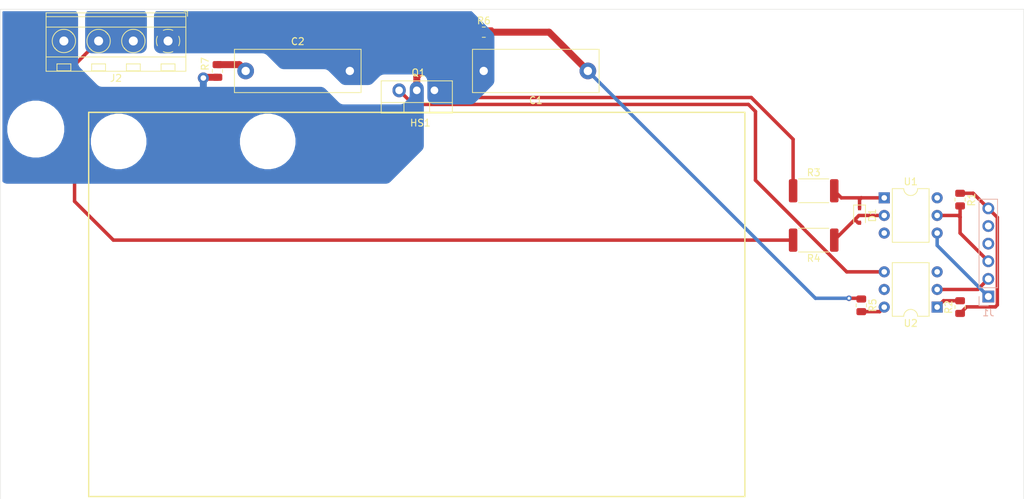
<source format=kicad_pcb>
(kicad_pcb (version 20171130) (host pcbnew "(5.1.12-1-10_14)")

  (general
    (thickness 1.6)
    (drawings 4)
    (tracks 63)
    (zones 0)
    (modules 20)
    (nets 21)
  )

  (page A4)
  (layers
    (0 F.Cu signal)
    (31 B.Cu signal)
    (32 B.Adhes user)
    (33 F.Adhes user)
    (34 B.Paste user)
    (35 F.Paste user)
    (36 B.SilkS user)
    (37 F.SilkS user)
    (38 B.Mask user)
    (39 F.Mask user)
    (40 Dwgs.User user)
    (41 Cmts.User user)
    (42 Eco1.User user)
    (43 Eco2.User user)
    (44 Edge.Cuts user)
    (45 Margin user)
    (46 B.CrtYd user)
    (47 F.CrtYd user)
    (48 B.Fab user)
    (49 F.Fab user)
  )

  (setup
    (last_trace_width 0.5)
    (user_trace_width 1)
    (user_trace_width 2)
    (user_trace_width 2.5)
    (user_trace_width 5)
    (trace_clearance 0.2)
    (zone_clearance 0.254)
    (zone_45_only no)
    (trace_min 0.2)
    (via_size 0.8)
    (via_drill 0.4)
    (via_min_size 0.4)
    (via_min_drill 0.3)
    (user_via 1.6 0.8)
    (uvia_size 0.3)
    (uvia_drill 0.1)
    (uvias_allowed no)
    (uvia_min_size 0.2)
    (uvia_min_drill 0.1)
    (edge_width 0.05)
    (segment_width 0.2)
    (pcb_text_width 0.3)
    (pcb_text_size 1.5 1.5)
    (mod_edge_width 0.12)
    (mod_text_size 1 1)
    (mod_text_width 0.15)
    (pad_size 3.2 3.2)
    (pad_drill 3.2)
    (pad_to_mask_clearance 0)
    (aux_axis_origin 0 0)
    (visible_elements FFFFFF7F)
    (pcbplotparams
      (layerselection 0x010fc_ffffffff)
      (usegerberextensions false)
      (usegerberattributes true)
      (usegerberadvancedattributes true)
      (creategerberjobfile true)
      (excludeedgelayer true)
      (linewidth 0.100000)
      (plotframeref false)
      (viasonmask false)
      (mode 1)
      (useauxorigin false)
      (hpglpennumber 1)
      (hpglpenspeed 20)
      (hpglpendiameter 15.000000)
      (psnegative false)
      (psa4output false)
      (plotreference true)
      (plotvalue true)
      (plotinvisibletext false)
      (padsonsilk false)
      (subtractmaskfromsilk false)
      (outputformat 1)
      (mirror false)
      (drillshape 1)
      (scaleselection 1)
      (outputdirectory ""))
  )

  (net 0 "")
  (net 1 GND)
  (net 2 +3V3)
  (net 3 "Net-(C2-Pad1)")
  (net 4 /ZC)
  (net 5 /~AC_SW)
  (net 6 /AC_OUT)
  (net 7 "Net-(C1-Pad1)")
  (net 8 "Net-(D1-Pad2)")
  (net 9 "Net-(D1-Pad1)")
  (net 10 /AC_L)
  (net 11 /AC_N)
  (net 12 "Net-(Q1-Pad3)")
  (net 13 "Net-(R2-Pad2)")
  (net 14 "Net-(R5-Pad2)")
  (net 15 /SDA)
  (net 16 /SCL)
  (net 17 "Net-(U1-Pad6)")
  (net 18 "Net-(U1-Pad3)")
  (net 19 "Net-(U2-Pad3)")
  (net 20 "Net-(U2-Pad5)")

  (net_class Default "This is the default net class."
    (clearance 0.2)
    (trace_width 0.5)
    (via_dia 0.8)
    (via_drill 0.4)
    (uvia_dia 0.3)
    (uvia_drill 0.1)
    (add_net /SCL)
    (add_net /SDA)
    (add_net /ZC)
    (add_net /~AC_SW)
    (add_net "Net-(C1-Pad1)")
    (add_net "Net-(C2-Pad1)")
    (add_net "Net-(D1-Pad1)")
    (add_net "Net-(D1-Pad2)")
    (add_net "Net-(Q1-Pad3)")
    (add_net "Net-(R2-Pad2)")
    (add_net "Net-(R5-Pad2)")
    (add_net "Net-(U1-Pad3)")
    (add_net "Net-(U1-Pad6)")
    (add_net "Net-(U2-Pad3)")
    (add_net "Net-(U2-Pad5)")
  )

  (net_class AC ""
    (clearance 0.5)
    (trace_width 0.5)
    (via_dia 1.6)
    (via_drill 0.8)
    (uvia_dia 0.3)
    (uvia_drill 0.1)
    (add_net /AC_L)
    (add_net /AC_N)
    (add_net /AC_OUT)
  )

  (net_class Power ""
    (clearance 0.2)
    (trace_width 0.5)
    (via_dia 0.8)
    (via_drill 0.4)
    (uvia_dia 0.3)
    (uvia_drill 0.1)
    (add_net +3V3)
    (add_net GND)
  )

  (module Thermostat:SK610-94SA (layer F.Cu) (tedit 61B9F0FC) (tstamp 61BA61CB)
    (at 130.302 81.534)
    (path /61C066C1)
    (fp_text reference HS1 (at 0.508 -2.667) (layer F.SilkS)
      (effects (font (size 1 1) (thickness 0.15)))
    )
    (fp_text value Heatsink (at 0 -5.207) (layer F.Fab)
      (effects (font (size 1 1) (thickness 0.15)))
    )
    (fp_line (start -47 4) (end 47 4) (layer F.Fab) (width 0.12))
    (fp_line (start 47 -4) (end 47 51) (layer F.Fab) (width 0.12))
    (fp_line (start -47 -4) (end -47 51) (layer F.Fab) (width 0.12))
    (fp_line (start -47 51) (end 47 51) (layer F.Fab) (width 0.12))
    (fp_line (start -47 -4) (end 47 -4) (layer F.Fab) (width 0.12))
    (fp_line (start -47.244 -4.191) (end -47.244 51.181) (layer F.SilkS) (width 0.2))
    (fp_line (start -47.244 51.181) (end 47.244 51.181) (layer F.SilkS) (width 0.2))
    (fp_line (start 47.244 51.181) (end 47.244 -4.191) (layer F.SilkS) (width 0.2))
    (fp_line (start 47.244 -4.191) (end -47.244 -4.191) (layer F.SilkS) (width 0.2))
    (pad "" np_thru_hole circle (at 21.463 0) (size 3.2 3.2) (drill 3.2) (layers *.Cu *.Mask)
      (clearance 2.4))
    (pad "" np_thru_hole circle (at -21.463 0) (size 3.2 3.2) (drill 3.2) (layers *.Cu *.Mask)
      (clearance 2.4))
    (pad "" np_thru_hole circle (at 42.926 0) (size 3.2 3.2) (drill 3.2) (layers *.Cu *.Mask)
      (clearance 2.4))
    (pad "" np_thru_hole circle (at -42.926 0) (size 3.2 3.2) (drill 3.2) (layers *.Cu *.Mask)
      (clearance 2.4))
  )

  (module Package_TO_SOT_THT:TO-220-3_Vertical (layer F.Cu) (tedit 5AC8BA0D) (tstamp 61B9F6A1)
    (at 132.842 74.168 180)
    (descr "TO-220-3, Vertical, RM 2.54mm, see https://www.vishay.com/docs/66542/to-220-1.pdf")
    (tags "TO-220-3 Vertical RM 2.54mm")
    (path /61B1D6FC)
    (fp_text reference Q1 (at 2.286 2.54) (layer F.SilkS)
      (effects (font (size 1 1) (thickness 0.15)))
    )
    (fp_text value BT138-600 (at 2.54 2.5) (layer F.Fab)
      (effects (font (size 1 1) (thickness 0.15)))
    )
    (fp_line (start -2.46 -3.15) (end -2.46 1.25) (layer F.Fab) (width 0.1))
    (fp_line (start -2.46 1.25) (end 7.54 1.25) (layer F.Fab) (width 0.1))
    (fp_line (start 7.54 1.25) (end 7.54 -3.15) (layer F.Fab) (width 0.1))
    (fp_line (start 7.54 -3.15) (end -2.46 -3.15) (layer F.Fab) (width 0.1))
    (fp_line (start -2.46 -1.88) (end 7.54 -1.88) (layer F.Fab) (width 0.1))
    (fp_line (start 0.69 -3.15) (end 0.69 -1.88) (layer F.Fab) (width 0.1))
    (fp_line (start 4.39 -3.15) (end 4.39 -1.88) (layer F.Fab) (width 0.1))
    (fp_line (start -2.58 -3.27) (end 7.66 -3.27) (layer F.SilkS) (width 0.12))
    (fp_line (start -2.58 1.371) (end 7.66 1.371) (layer F.SilkS) (width 0.12))
    (fp_line (start -2.58 -3.27) (end -2.58 1.371) (layer F.SilkS) (width 0.12))
    (fp_line (start 7.66 -3.27) (end 7.66 1.371) (layer F.SilkS) (width 0.12))
    (fp_line (start -2.58 -1.76) (end 7.66 -1.76) (layer F.SilkS) (width 0.12))
    (fp_line (start 0.69 -3.27) (end 0.69 -1.76) (layer F.SilkS) (width 0.12))
    (fp_line (start 4.391 -3.27) (end 4.391 -1.76) (layer F.SilkS) (width 0.12))
    (fp_line (start -2.71 -3.4) (end -2.71 1.51) (layer F.CrtYd) (width 0.05))
    (fp_line (start -2.71 1.51) (end 7.79 1.51) (layer F.CrtYd) (width 0.05))
    (fp_line (start 7.79 1.51) (end 7.79 -3.4) (layer F.CrtYd) (width 0.05))
    (fp_line (start 7.79 -3.4) (end -2.71 -3.4) (layer F.CrtYd) (width 0.05))
    (fp_text user %R (at 2.54 -4.27) (layer F.Fab)
      (effects (font (size 1 1) (thickness 0.15)))
    )
    (pad 3 thru_hole oval (at 5.08 0 180) (size 1.905 2) (drill 1.1) (layers *.Cu *.Mask)
      (net 12 "Net-(Q1-Pad3)"))
    (pad 2 thru_hole oval (at 2.54 0 180) (size 1.905 2) (drill 1.1) (layers *.Cu *.Mask)
      (net 10 /AC_L))
    (pad 1 thru_hole rect (at 0 0 180) (size 1.905 2) (drill 1.1) (layers *.Cu *.Mask)
      (net 6 /AC_OUT))
    (model ${KISYS3DMOD}/Package_TO_SOT_THT.3dshapes/TO-220-3_Vertical.wrl
      (at (xyz 0 0 0))
      (scale (xyz 1 1 1))
      (rotate (xyz 0 0 0))
    )
  )

  (module Package_DIP:DIP-6_W7.62mm (layer F.Cu) (tedit 5A02E8C5) (tstamp 61B9F74C)
    (at 205.232 105.41 180)
    (descr "6-lead though-hole mounted DIP package, row spacing 7.62 mm (300 mils)")
    (tags "THT DIP DIL PDIP 2.54mm 7.62mm 300mil")
    (path /61B20E1D)
    (fp_text reference U2 (at 3.81 -2.33) (layer F.SilkS)
      (effects (font (size 1 1) (thickness 0.15)))
    )
    (fp_text value MOC3021M (at 3.81 7.41) (layer F.Fab)
      (effects (font (size 1 1) (thickness 0.15)))
    )
    (fp_line (start 1.635 -1.27) (end 6.985 -1.27) (layer F.Fab) (width 0.1))
    (fp_line (start 6.985 -1.27) (end 6.985 6.35) (layer F.Fab) (width 0.1))
    (fp_line (start 6.985 6.35) (end 0.635 6.35) (layer F.Fab) (width 0.1))
    (fp_line (start 0.635 6.35) (end 0.635 -0.27) (layer F.Fab) (width 0.1))
    (fp_line (start 0.635 -0.27) (end 1.635 -1.27) (layer F.Fab) (width 0.1))
    (fp_line (start 2.81 -1.33) (end 1.16 -1.33) (layer F.SilkS) (width 0.12))
    (fp_line (start 1.16 -1.33) (end 1.16 6.41) (layer F.SilkS) (width 0.12))
    (fp_line (start 1.16 6.41) (end 6.46 6.41) (layer F.SilkS) (width 0.12))
    (fp_line (start 6.46 6.41) (end 6.46 -1.33) (layer F.SilkS) (width 0.12))
    (fp_line (start 6.46 -1.33) (end 4.81 -1.33) (layer F.SilkS) (width 0.12))
    (fp_line (start -1.1 -1.55) (end -1.1 6.6) (layer F.CrtYd) (width 0.05))
    (fp_line (start -1.1 6.6) (end 8.7 6.6) (layer F.CrtYd) (width 0.05))
    (fp_line (start 8.7 6.6) (end 8.7 -1.55) (layer F.CrtYd) (width 0.05))
    (fp_line (start 8.7 -1.55) (end -1.1 -1.55) (layer F.CrtYd) (width 0.05))
    (fp_text user %R (at 3.81 2.54) (layer F.Fab)
      (effects (font (size 1 1) (thickness 0.15)))
    )
    (fp_arc (start 3.81 -1.33) (end 2.81 -1.33) (angle -180) (layer F.SilkS) (width 0.12))
    (pad 6 thru_hole oval (at 7.62 0 180) (size 1.6 1.6) (drill 0.8) (layers *.Cu *.Mask)
      (net 14 "Net-(R5-Pad2)"))
    (pad 3 thru_hole oval (at 0 5.08 180) (size 1.6 1.6) (drill 0.8) (layers *.Cu *.Mask)
      (net 19 "Net-(U2-Pad3)"))
    (pad 5 thru_hole oval (at 7.62 2.54 180) (size 1.6 1.6) (drill 0.8) (layers *.Cu *.Mask)
      (net 20 "Net-(U2-Pad5)"))
    (pad 2 thru_hole oval (at 0 2.54 180) (size 1.6 1.6) (drill 0.8) (layers *.Cu *.Mask)
      (net 5 /~AC_SW))
    (pad 4 thru_hole oval (at 7.62 5.08 180) (size 1.6 1.6) (drill 0.8) (layers *.Cu *.Mask)
      (net 12 "Net-(Q1-Pad3)"))
    (pad 1 thru_hole rect (at 0 0 180) (size 1.6 1.6) (drill 0.8) (layers *.Cu *.Mask)
      (net 13 "Net-(R2-Pad2)"))
    (model ${KISYS3DMOD}/Package_DIP.3dshapes/DIP-6_W7.62mm.wrl
      (at (xyz 0 0 0))
      (scale (xyz 1 1 1))
      (rotate (xyz 0 0 0))
    )
  )

  (module Package_DIP:DIP-6_W7.62mm (layer F.Cu) (tedit 5A02E8C5) (tstamp 61B9F732)
    (at 197.612 89.662)
    (descr "6-lead though-hole mounted DIP package, row spacing 7.62 mm (300 mils)")
    (tags "THT DIP DIL PDIP 2.54mm 7.62mm 300mil")
    (path /61AC0660)
    (fp_text reference U1 (at 3.81 -2.33) (layer F.SilkS)
      (effects (font (size 1 1) (thickness 0.15)))
    )
    (fp_text value 4N25 (at 3.81 7.41) (layer F.Fab)
      (effects (font (size 1 1) (thickness 0.15)))
    )
    (fp_line (start 1.635 -1.27) (end 6.985 -1.27) (layer F.Fab) (width 0.1))
    (fp_line (start 6.985 -1.27) (end 6.985 6.35) (layer F.Fab) (width 0.1))
    (fp_line (start 6.985 6.35) (end 0.635 6.35) (layer F.Fab) (width 0.1))
    (fp_line (start 0.635 6.35) (end 0.635 -0.27) (layer F.Fab) (width 0.1))
    (fp_line (start 0.635 -0.27) (end 1.635 -1.27) (layer F.Fab) (width 0.1))
    (fp_line (start 2.81 -1.33) (end 1.16 -1.33) (layer F.SilkS) (width 0.12))
    (fp_line (start 1.16 -1.33) (end 1.16 6.41) (layer F.SilkS) (width 0.12))
    (fp_line (start 1.16 6.41) (end 6.46 6.41) (layer F.SilkS) (width 0.12))
    (fp_line (start 6.46 6.41) (end 6.46 -1.33) (layer F.SilkS) (width 0.12))
    (fp_line (start 6.46 -1.33) (end 4.81 -1.33) (layer F.SilkS) (width 0.12))
    (fp_line (start -1.1 -1.55) (end -1.1 6.6) (layer F.CrtYd) (width 0.05))
    (fp_line (start -1.1 6.6) (end 8.7 6.6) (layer F.CrtYd) (width 0.05))
    (fp_line (start 8.7 6.6) (end 8.7 -1.55) (layer F.CrtYd) (width 0.05))
    (fp_line (start 8.7 -1.55) (end -1.1 -1.55) (layer F.CrtYd) (width 0.05))
    (fp_text user %R (at 3.81 2.54) (layer F.Fab)
      (effects (font (size 1 1) (thickness 0.15)))
    )
    (fp_arc (start 3.81 -1.33) (end 2.81 -1.33) (angle -180) (layer F.SilkS) (width 0.12))
    (pad 6 thru_hole oval (at 7.62 0) (size 1.6 1.6) (drill 0.8) (layers *.Cu *.Mask)
      (net 17 "Net-(U1-Pad6)"))
    (pad 3 thru_hole oval (at 0 5.08) (size 1.6 1.6) (drill 0.8) (layers *.Cu *.Mask)
      (net 18 "Net-(U1-Pad3)"))
    (pad 5 thru_hole oval (at 7.62 2.54) (size 1.6 1.6) (drill 0.8) (layers *.Cu *.Mask)
      (net 4 /ZC))
    (pad 2 thru_hole oval (at 0 2.54) (size 1.6 1.6) (drill 0.8) (layers *.Cu *.Mask)
      (net 8 "Net-(D1-Pad2)"))
    (pad 4 thru_hole oval (at 7.62 5.08) (size 1.6 1.6) (drill 0.8) (layers *.Cu *.Mask)
      (net 1 GND))
    (pad 1 thru_hole rect (at 0 0) (size 1.6 1.6) (drill 0.8) (layers *.Cu *.Mask)
      (net 9 "Net-(D1-Pad1)"))
    (model ${KISYS3DMOD}/Package_DIP.3dshapes/DIP-6_W7.62mm.wrl
      (at (xyz 0 0 0))
      (scale (xyz 1 1 1))
      (rotate (xyz 0 0 0))
    )
  )

  (module Resistor_SMD:R_0805_2012Metric (layer F.Cu) (tedit 5F68FEEE) (tstamp 61BA90A0)
    (at 101.6 71.374 90)
    (descr "Resistor SMD 0805 (2012 Metric), square (rectangular) end terminal, IPC_7351 nominal, (Body size source: IPC-SM-782 page 72, https://www.pcb-3d.com/wordpress/wp-content/uploads/ipc-sm-782a_amendment_1_and_2.pdf), generated with kicad-footprint-generator")
    (tags resistor)
    (path /61B2C4E5)
    (attr smd)
    (fp_text reference R7 (at 1.016 -1.778 90) (layer F.SilkS)
      (effects (font (size 1 1) (thickness 0.15)))
    )
    (fp_text value 39 (at 0 1.65 90) (layer F.Fab)
      (effects (font (size 1 1) (thickness 0.15)))
    )
    (fp_line (start -1 0.625) (end -1 -0.625) (layer F.Fab) (width 0.1))
    (fp_line (start -1 -0.625) (end 1 -0.625) (layer F.Fab) (width 0.1))
    (fp_line (start 1 -0.625) (end 1 0.625) (layer F.Fab) (width 0.1))
    (fp_line (start 1 0.625) (end -1 0.625) (layer F.Fab) (width 0.1))
    (fp_line (start -0.227064 -0.735) (end 0.227064 -0.735) (layer F.SilkS) (width 0.12))
    (fp_line (start -0.227064 0.735) (end 0.227064 0.735) (layer F.SilkS) (width 0.12))
    (fp_line (start -1.68 0.95) (end -1.68 -0.95) (layer F.CrtYd) (width 0.05))
    (fp_line (start -1.68 -0.95) (end 1.68 -0.95) (layer F.CrtYd) (width 0.05))
    (fp_line (start 1.68 -0.95) (end 1.68 0.95) (layer F.CrtYd) (width 0.05))
    (fp_line (start 1.68 0.95) (end -1.68 0.95) (layer F.CrtYd) (width 0.05))
    (fp_text user %R (at 0 0 90) (layer F.Fab)
      (effects (font (size 0.5 0.5) (thickness 0.08)))
    )
    (pad 2 smd roundrect (at 0.9125 0 90) (size 1.025 1.4) (layers F.Cu F.Paste F.Mask) (roundrect_rratio 0.243902)
      (net 3 "Net-(C2-Pad1)"))
    (pad 1 smd roundrect (at -0.9125 0 90) (size 1.025 1.4) (layers F.Cu F.Paste F.Mask) (roundrect_rratio 0.243902)
      (net 10 /AC_L))
    (model ${KISYS3DMOD}/Resistor_SMD.3dshapes/R_0805_2012Metric.wrl
      (at (xyz 0 0 0))
      (scale (xyz 1 1 1))
      (rotate (xyz 0 0 0))
    )
  )

  (module Resistor_SMD:R_0805_2012Metric (layer F.Cu) (tedit 5F68FEEE) (tstamp 61B9F707)
    (at 139.954 65.786)
    (descr "Resistor SMD 0805 (2012 Metric), square (rectangular) end terminal, IPC_7351 nominal, (Body size source: IPC-SM-782 page 72, https://www.pcb-3d.com/wordpress/wp-content/uploads/ipc-sm-782a_amendment_1_and_2.pdf), generated with kicad-footprint-generator")
    (tags resistor)
    (path /61B24502)
    (attr smd)
    (fp_text reference R6 (at 0 -1.65) (layer F.SilkS)
      (effects (font (size 1 1) (thickness 0.15)))
    )
    (fp_text value 470 (at 0 1.65) (layer F.Fab)
      (effects (font (size 1 1) (thickness 0.15)))
    )
    (fp_line (start -1 0.625) (end -1 -0.625) (layer F.Fab) (width 0.1))
    (fp_line (start -1 -0.625) (end 1 -0.625) (layer F.Fab) (width 0.1))
    (fp_line (start 1 -0.625) (end 1 0.625) (layer F.Fab) (width 0.1))
    (fp_line (start 1 0.625) (end -1 0.625) (layer F.Fab) (width 0.1))
    (fp_line (start -0.227064 -0.735) (end 0.227064 -0.735) (layer F.SilkS) (width 0.12))
    (fp_line (start -0.227064 0.735) (end 0.227064 0.735) (layer F.SilkS) (width 0.12))
    (fp_line (start -1.68 0.95) (end -1.68 -0.95) (layer F.CrtYd) (width 0.05))
    (fp_line (start -1.68 -0.95) (end 1.68 -0.95) (layer F.CrtYd) (width 0.05))
    (fp_line (start 1.68 -0.95) (end 1.68 0.95) (layer F.CrtYd) (width 0.05))
    (fp_line (start 1.68 0.95) (end -1.68 0.95) (layer F.CrtYd) (width 0.05))
    (fp_text user %R (at 0 0) (layer F.Fab)
      (effects (font (size 0.5 0.5) (thickness 0.08)))
    )
    (pad 2 smd roundrect (at 0.9125 0) (size 1.025 1.4) (layers F.Cu F.Paste F.Mask) (roundrect_rratio 0.243902)
      (net 7 "Net-(C1-Pad1)"))
    (pad 1 smd roundrect (at -0.9125 0) (size 1.025 1.4) (layers F.Cu F.Paste F.Mask) (roundrect_rratio 0.243902)
      (net 10 /AC_L))
    (model ${KISYS3DMOD}/Resistor_SMD.3dshapes/R_0805_2012Metric.wrl
      (at (xyz 0 0 0))
      (scale (xyz 1 1 1))
      (rotate (xyz 0 0 0))
    )
  )

  (module Resistor_SMD:R_0805_2012Metric (layer F.Cu) (tedit 5F68FEEE) (tstamp 61B9F6F6)
    (at 194.31 105.156 270)
    (descr "Resistor SMD 0805 (2012 Metric), square (rectangular) end terminal, IPC_7351 nominal, (Body size source: IPC-SM-782 page 72, https://www.pcb-3d.com/wordpress/wp-content/uploads/ipc-sm-782a_amendment_1_and_2.pdf), generated with kicad-footprint-generator")
    (tags resistor)
    (path /61B235B1)
    (attr smd)
    (fp_text reference R5 (at 0 -1.65 90) (layer F.SilkS)
      (effects (font (size 1 1) (thickness 0.15)))
    )
    (fp_text value 360 (at 0 1.65 90) (layer F.Fab)
      (effects (font (size 1 1) (thickness 0.15)))
    )
    (fp_line (start -1 0.625) (end -1 -0.625) (layer F.Fab) (width 0.1))
    (fp_line (start -1 -0.625) (end 1 -0.625) (layer F.Fab) (width 0.1))
    (fp_line (start 1 -0.625) (end 1 0.625) (layer F.Fab) (width 0.1))
    (fp_line (start 1 0.625) (end -1 0.625) (layer F.Fab) (width 0.1))
    (fp_line (start -0.227064 -0.735) (end 0.227064 -0.735) (layer F.SilkS) (width 0.12))
    (fp_line (start -0.227064 0.735) (end 0.227064 0.735) (layer F.SilkS) (width 0.12))
    (fp_line (start -1.68 0.95) (end -1.68 -0.95) (layer F.CrtYd) (width 0.05))
    (fp_line (start -1.68 -0.95) (end 1.68 -0.95) (layer F.CrtYd) (width 0.05))
    (fp_line (start 1.68 -0.95) (end 1.68 0.95) (layer F.CrtYd) (width 0.05))
    (fp_line (start 1.68 0.95) (end -1.68 0.95) (layer F.CrtYd) (width 0.05))
    (fp_text user %R (at 0 0 90) (layer F.Fab)
      (effects (font (size 0.5 0.5) (thickness 0.08)))
    )
    (pad 2 smd roundrect (at 0.9125 0 270) (size 1.025 1.4) (layers F.Cu F.Paste F.Mask) (roundrect_rratio 0.243902)
      (net 14 "Net-(R5-Pad2)"))
    (pad 1 smd roundrect (at -0.9125 0 270) (size 1.025 1.4) (layers F.Cu F.Paste F.Mask) (roundrect_rratio 0.243902)
      (net 7 "Net-(C1-Pad1)"))
    (model ${KISYS3DMOD}/Resistor_SMD.3dshapes/R_0805_2012Metric.wrl
      (at (xyz 0 0 0))
      (scale (xyz 1 1 1))
      (rotate (xyz 0 0 0))
    )
  )

  (module Resistor_SMD:R_2512_6332Metric (layer F.Cu) (tedit 5F68FEEE) (tstamp 61BA6EC3)
    (at 187.452 95.758 180)
    (descr "Resistor SMD 2512 (6332 Metric), square (rectangular) end terminal, IPC_7351 nominal, (Body size source: IPC-SM-782 page 72, https://www.pcb-3d.com/wordpress/wp-content/uploads/ipc-sm-782a_amendment_1_and_2.pdf), generated with kicad-footprint-generator")
    (tags resistor)
    (path /61B2BC05)
    (attr smd)
    (fp_text reference R4 (at 0 -2.62) (layer F.SilkS)
      (effects (font (size 1 1) (thickness 0.15)))
    )
    (fp_text value 15k (at 0 2.62) (layer F.Fab)
      (effects (font (size 1 1) (thickness 0.15)))
    )
    (fp_line (start -3.15 1.6) (end -3.15 -1.6) (layer F.Fab) (width 0.1))
    (fp_line (start -3.15 -1.6) (end 3.15 -1.6) (layer F.Fab) (width 0.1))
    (fp_line (start 3.15 -1.6) (end 3.15 1.6) (layer F.Fab) (width 0.1))
    (fp_line (start 3.15 1.6) (end -3.15 1.6) (layer F.Fab) (width 0.1))
    (fp_line (start -2.177064 -1.71) (end 2.177064 -1.71) (layer F.SilkS) (width 0.12))
    (fp_line (start -2.177064 1.71) (end 2.177064 1.71) (layer F.SilkS) (width 0.12))
    (fp_line (start -3.82 1.92) (end -3.82 -1.92) (layer F.CrtYd) (width 0.05))
    (fp_line (start -3.82 -1.92) (end 3.82 -1.92) (layer F.CrtYd) (width 0.05))
    (fp_line (start 3.82 -1.92) (end 3.82 1.92) (layer F.CrtYd) (width 0.05))
    (fp_line (start 3.82 1.92) (end -3.82 1.92) (layer F.CrtYd) (width 0.05))
    (fp_text user %R (at 0 0) (layer F.Fab)
      (effects (font (size 1 1) (thickness 0.15)))
    )
    (pad 2 smd roundrect (at 2.9625 0 180) (size 1.225 3.35) (layers F.Cu F.Paste F.Mask) (roundrect_rratio 0.204082)
      (net 11 /AC_N))
    (pad 1 smd roundrect (at -2.9625 0 180) (size 1.225 3.35) (layers F.Cu F.Paste F.Mask) (roundrect_rratio 0.204082)
      (net 8 "Net-(D1-Pad2)"))
    (model ${KISYS3DMOD}/Resistor_SMD.3dshapes/R_2512_6332Metric.wrl
      (at (xyz 0 0 0))
      (scale (xyz 1 1 1))
      (rotate (xyz 0 0 0))
    )
  )

  (module Resistor_SMD:R_2512_6332Metric (layer F.Cu) (tedit 5F68FEEE) (tstamp 61B9F6D4)
    (at 187.452 88.646)
    (descr "Resistor SMD 2512 (6332 Metric), square (rectangular) end terminal, IPC_7351 nominal, (Body size source: IPC-SM-782 page 72, https://www.pcb-3d.com/wordpress/wp-content/uploads/ipc-sm-782a_amendment_1_and_2.pdf), generated with kicad-footprint-generator")
    (tags resistor)
    (path /61B0CDAD)
    (attr smd)
    (fp_text reference R3 (at 0 -2.62) (layer F.SilkS)
      (effects (font (size 1 1) (thickness 0.15)))
    )
    (fp_text value 15k (at 0 2.62) (layer F.Fab)
      (effects (font (size 1 1) (thickness 0.15)))
    )
    (fp_line (start -3.15 1.6) (end -3.15 -1.6) (layer F.Fab) (width 0.1))
    (fp_line (start -3.15 -1.6) (end 3.15 -1.6) (layer F.Fab) (width 0.1))
    (fp_line (start 3.15 -1.6) (end 3.15 1.6) (layer F.Fab) (width 0.1))
    (fp_line (start 3.15 1.6) (end -3.15 1.6) (layer F.Fab) (width 0.1))
    (fp_line (start -2.177064 -1.71) (end 2.177064 -1.71) (layer F.SilkS) (width 0.12))
    (fp_line (start -2.177064 1.71) (end 2.177064 1.71) (layer F.SilkS) (width 0.12))
    (fp_line (start -3.82 1.92) (end -3.82 -1.92) (layer F.CrtYd) (width 0.05))
    (fp_line (start -3.82 -1.92) (end 3.82 -1.92) (layer F.CrtYd) (width 0.05))
    (fp_line (start 3.82 -1.92) (end 3.82 1.92) (layer F.CrtYd) (width 0.05))
    (fp_line (start 3.82 1.92) (end -3.82 1.92) (layer F.CrtYd) (width 0.05))
    (fp_text user %R (at 0 0) (layer F.Fab)
      (effects (font (size 1 1) (thickness 0.15)))
    )
    (pad 2 smd roundrect (at 2.9625 0) (size 1.225 3.35) (layers F.Cu F.Paste F.Mask) (roundrect_rratio 0.204082)
      (net 9 "Net-(D1-Pad1)"))
    (pad 1 smd roundrect (at -2.9625 0) (size 1.225 3.35) (layers F.Cu F.Paste F.Mask) (roundrect_rratio 0.204082)
      (net 10 /AC_L))
    (model ${KISYS3DMOD}/Resistor_SMD.3dshapes/R_2512_6332Metric.wrl
      (at (xyz 0 0 0))
      (scale (xyz 1 1 1))
      (rotate (xyz 0 0 0))
    )
  )

  (module Resistor_SMD:R_0805_2012Metric (layer F.Cu) (tedit 5F68FEEE) (tstamp 61B9F6C3)
    (at 208.534 105.41 90)
    (descr "Resistor SMD 0805 (2012 Metric), square (rectangular) end terminal, IPC_7351 nominal, (Body size source: IPC-SM-782 page 72, https://www.pcb-3d.com/wordpress/wp-content/uploads/ipc-sm-782a_amendment_1_and_2.pdf), generated with kicad-footprint-generator")
    (tags resistor)
    (path /61B36F7A)
    (attr smd)
    (fp_text reference R2 (at 0 -1.65 90) (layer F.SilkS)
      (effects (font (size 1 1) (thickness 0.15)))
    )
    (fp_text value 330 (at 0 1.65 90) (layer F.Fab)
      (effects (font (size 1 1) (thickness 0.15)))
    )
    (fp_line (start -1 0.625) (end -1 -0.625) (layer F.Fab) (width 0.1))
    (fp_line (start -1 -0.625) (end 1 -0.625) (layer F.Fab) (width 0.1))
    (fp_line (start 1 -0.625) (end 1 0.625) (layer F.Fab) (width 0.1))
    (fp_line (start 1 0.625) (end -1 0.625) (layer F.Fab) (width 0.1))
    (fp_line (start -0.227064 -0.735) (end 0.227064 -0.735) (layer F.SilkS) (width 0.12))
    (fp_line (start -0.227064 0.735) (end 0.227064 0.735) (layer F.SilkS) (width 0.12))
    (fp_line (start -1.68 0.95) (end -1.68 -0.95) (layer F.CrtYd) (width 0.05))
    (fp_line (start -1.68 -0.95) (end 1.68 -0.95) (layer F.CrtYd) (width 0.05))
    (fp_line (start 1.68 -0.95) (end 1.68 0.95) (layer F.CrtYd) (width 0.05))
    (fp_line (start 1.68 0.95) (end -1.68 0.95) (layer F.CrtYd) (width 0.05))
    (fp_text user %R (at 0 0 90) (layer F.Fab)
      (effects (font (size 0.5 0.5) (thickness 0.08)))
    )
    (pad 2 smd roundrect (at 0.9125 0 90) (size 1.025 1.4) (layers F.Cu F.Paste F.Mask) (roundrect_rratio 0.243902)
      (net 13 "Net-(R2-Pad2)"))
    (pad 1 smd roundrect (at -0.9125 0 90) (size 1.025 1.4) (layers F.Cu F.Paste F.Mask) (roundrect_rratio 0.243902)
      (net 2 +3V3))
    (model ${KISYS3DMOD}/Resistor_SMD.3dshapes/R_0805_2012Metric.wrl
      (at (xyz 0 0 0))
      (scale (xyz 1 1 1))
      (rotate (xyz 0 0 0))
    )
  )

  (module Resistor_SMD:R_0805_2012Metric (layer F.Cu) (tedit 5F68FEEE) (tstamp 61B9F6B2)
    (at 208.534 89.916 270)
    (descr "Resistor SMD 0805 (2012 Metric), square (rectangular) end terminal, IPC_7351 nominal, (Body size source: IPC-SM-782 page 72, https://www.pcb-3d.com/wordpress/wp-content/uploads/ipc-sm-782a_amendment_1_and_2.pdf), generated with kicad-footprint-generator")
    (tags resistor)
    (path /61B100B1)
    (attr smd)
    (fp_text reference R1 (at 0 -1.65 90) (layer F.SilkS)
      (effects (font (size 1 1) (thickness 0.15)))
    )
    (fp_text value 4.7k (at 0 1.65 90) (layer F.Fab)
      (effects (font (size 1 1) (thickness 0.15)))
    )
    (fp_line (start -1 0.625) (end -1 -0.625) (layer F.Fab) (width 0.1))
    (fp_line (start -1 -0.625) (end 1 -0.625) (layer F.Fab) (width 0.1))
    (fp_line (start 1 -0.625) (end 1 0.625) (layer F.Fab) (width 0.1))
    (fp_line (start 1 0.625) (end -1 0.625) (layer F.Fab) (width 0.1))
    (fp_line (start -0.227064 -0.735) (end 0.227064 -0.735) (layer F.SilkS) (width 0.12))
    (fp_line (start -0.227064 0.735) (end 0.227064 0.735) (layer F.SilkS) (width 0.12))
    (fp_line (start -1.68 0.95) (end -1.68 -0.95) (layer F.CrtYd) (width 0.05))
    (fp_line (start -1.68 -0.95) (end 1.68 -0.95) (layer F.CrtYd) (width 0.05))
    (fp_line (start 1.68 -0.95) (end 1.68 0.95) (layer F.CrtYd) (width 0.05))
    (fp_line (start 1.68 0.95) (end -1.68 0.95) (layer F.CrtYd) (width 0.05))
    (fp_text user %R (at 0 0 90) (layer F.Fab)
      (effects (font (size 0.5 0.5) (thickness 0.08)))
    )
    (pad 2 smd roundrect (at 0.9125 0 270) (size 1.025 1.4) (layers F.Cu F.Paste F.Mask) (roundrect_rratio 0.243902)
      (net 4 /ZC))
    (pad 1 smd roundrect (at -0.9125 0 270) (size 1.025 1.4) (layers F.Cu F.Paste F.Mask) (roundrect_rratio 0.243902)
      (net 2 +3V3))
    (model ${KISYS3DMOD}/Resistor_SMD.3dshapes/R_0805_2012Metric.wrl
      (at (xyz 0 0 0))
      (scale (xyz 1 1 1))
      (rotate (xyz 0 0 0))
    )
  )

  (module TerminalBlock_MetzConnect:TerminalBlock_MetzConnect_Type094_RT03504HBLU_1x04_P5.00mm_Horizontal (layer F.Cu) (tedit 5B294E9D) (tstamp 61B9F681)
    (at 94.488 67.056 180)
    (descr "terminal block Metz Connect Type094_RT03504HBLU, 4 pins, pitch 5mm, size 20x8.3mm^2, drill diamater 1.3mm, pad diameter 2.6mm, see http://www.metz-connect.com/ru/system/files/productfiles/Data_sheet_310941_RT035xxHBLU_OFF-022742T.pdf, script-generated using https://github.com/pointhi/kicad-footprint-generator/scripts/TerminalBlock_MetzConnect")
    (tags "THT terminal block Metz Connect Type094_RT03504HBLU pitch 5mm size 20x8.3mm^2 drill 1.3mm pad 2.6mm")
    (path /61D872C5)
    (fp_text reference J2 (at 7.5 -5.36) (layer F.SilkS)
      (effects (font (size 1 1) (thickness 0.15)))
    )
    (fp_text value Conn_01x04 (at 7.5 5.06) (layer F.Fab)
      (effects (font (size 1 1) (thickness 0.15)))
    )
    (fp_circle (center 0 0) (end 1.5 0) (layer F.Fab) (width 0.1))
    (fp_circle (center 5 0) (end 6.5 0) (layer F.Fab) (width 0.1))
    (fp_circle (center 5 0) (end 6.68 0) (layer F.SilkS) (width 0.12))
    (fp_circle (center 10 0) (end 11.5 0) (layer F.Fab) (width 0.1))
    (fp_circle (center 10 0) (end 11.68 0) (layer F.SilkS) (width 0.12))
    (fp_circle (center 15 0) (end 16.5 0) (layer F.Fab) (width 0.1))
    (fp_circle (center 15 0) (end 16.68 0) (layer F.SilkS) (width 0.12))
    (fp_line (start -2.5 -4.3) (end 17.5 -4.3) (layer F.Fab) (width 0.1))
    (fp_line (start 17.5 -4.3) (end 17.5 4) (layer F.Fab) (width 0.1))
    (fp_line (start 17.5 4) (end -2 4) (layer F.Fab) (width 0.1))
    (fp_line (start -2 4) (end -2.5 3.5) (layer F.Fab) (width 0.1))
    (fp_line (start -2.5 3.5) (end -2.5 -4.3) (layer F.Fab) (width 0.1))
    (fp_line (start -2.5 3.5) (end 17.5 3.5) (layer F.Fab) (width 0.1))
    (fp_line (start -2.56 3.5) (end 17.561 3.5) (layer F.SilkS) (width 0.12))
    (fp_line (start -2.5 2) (end 17.5 2) (layer F.Fab) (width 0.1))
    (fp_line (start -2.56 2) (end 17.561 2) (layer F.SilkS) (width 0.12))
    (fp_line (start -2.5 -2.3) (end 17.5 -2.3) (layer F.Fab) (width 0.1))
    (fp_line (start -2.56 -2.301) (end 17.561 -2.301) (layer F.SilkS) (width 0.12))
    (fp_line (start -2.56 -4.36) (end 17.561 -4.36) (layer F.SilkS) (width 0.12))
    (fp_line (start -2.56 4.06) (end 17.561 4.06) (layer F.SilkS) (width 0.12))
    (fp_line (start -2.56 -4.36) (end -2.56 4.06) (layer F.SilkS) (width 0.12))
    (fp_line (start 17.561 -4.36) (end 17.561 4.06) (layer F.SilkS) (width 0.12))
    (fp_line (start 1.138 -0.955) (end -0.955 1.138) (layer F.Fab) (width 0.1))
    (fp_line (start 0.955 -1.138) (end -1.138 0.955) (layer F.Fab) (width 0.1))
    (fp_line (start -1 -4.3) (end -1 -3.3) (layer F.Fab) (width 0.1))
    (fp_line (start -1 -3.3) (end 1 -3.3) (layer F.Fab) (width 0.1))
    (fp_line (start 1 -3.3) (end 1 -4.3) (layer F.Fab) (width 0.1))
    (fp_line (start 1 -4.3) (end -1 -4.3) (layer F.Fab) (width 0.1))
    (fp_line (start -1 -4.3) (end 1 -4.3) (layer F.SilkS) (width 0.12))
    (fp_line (start -1 -3.3) (end 1 -3.3) (layer F.SilkS) (width 0.12))
    (fp_line (start -1 -4.3) (end -1 -3.3) (layer F.SilkS) (width 0.12))
    (fp_line (start 1 -4.3) (end 1 -3.3) (layer F.SilkS) (width 0.12))
    (fp_line (start 6.138 -0.955) (end 4.046 1.138) (layer F.Fab) (width 0.1))
    (fp_line (start 5.955 -1.138) (end 3.863 0.955) (layer F.Fab) (width 0.1))
    (fp_line (start 6.275 -1.069) (end 6.228 -1.023) (layer F.SilkS) (width 0.12))
    (fp_line (start 3.966 1.239) (end 3.931 1.274) (layer F.SilkS) (width 0.12))
    (fp_line (start 6.07 -1.275) (end 6.035 -1.239) (layer F.SilkS) (width 0.12))
    (fp_line (start 3.773 1.023) (end 3.726 1.069) (layer F.SilkS) (width 0.12))
    (fp_line (start 4 -4.3) (end 4 -3.3) (layer F.Fab) (width 0.1))
    (fp_line (start 4 -3.3) (end 6 -3.3) (layer F.Fab) (width 0.1))
    (fp_line (start 6 -3.3) (end 6 -4.3) (layer F.Fab) (width 0.1))
    (fp_line (start 6 -4.3) (end 4 -4.3) (layer F.Fab) (width 0.1))
    (fp_line (start 4 -4.3) (end 6 -4.3) (layer F.SilkS) (width 0.12))
    (fp_line (start 4 -3.3) (end 6 -3.3) (layer F.SilkS) (width 0.12))
    (fp_line (start 4 -4.3) (end 4 -3.3) (layer F.SilkS) (width 0.12))
    (fp_line (start 6 -4.3) (end 6 -3.3) (layer F.SilkS) (width 0.12))
    (fp_line (start 11.138 -0.955) (end 9.046 1.138) (layer F.Fab) (width 0.1))
    (fp_line (start 10.955 -1.138) (end 8.863 0.955) (layer F.Fab) (width 0.1))
    (fp_line (start 11.275 -1.069) (end 11.228 -1.023) (layer F.SilkS) (width 0.12))
    (fp_line (start 8.966 1.239) (end 8.931 1.274) (layer F.SilkS) (width 0.12))
    (fp_line (start 11.07 -1.275) (end 11.035 -1.239) (layer F.SilkS) (width 0.12))
    (fp_line (start 8.773 1.023) (end 8.726 1.069) (layer F.SilkS) (width 0.12))
    (fp_line (start 9 -4.3) (end 9 -3.3) (layer F.Fab) (width 0.1))
    (fp_line (start 9 -3.3) (end 11 -3.3) (layer F.Fab) (width 0.1))
    (fp_line (start 11 -3.3) (end 11 -4.3) (layer F.Fab) (width 0.1))
    (fp_line (start 11 -4.3) (end 9 -4.3) (layer F.Fab) (width 0.1))
    (fp_line (start 9 -4.3) (end 11 -4.3) (layer F.SilkS) (width 0.12))
    (fp_line (start 9 -3.3) (end 11 -3.3) (layer F.SilkS) (width 0.12))
    (fp_line (start 9 -4.3) (end 9 -3.3) (layer F.SilkS) (width 0.12))
    (fp_line (start 11 -4.3) (end 11 -3.3) (layer F.SilkS) (width 0.12))
    (fp_line (start 16.138 -0.955) (end 14.046 1.138) (layer F.Fab) (width 0.1))
    (fp_line (start 15.955 -1.138) (end 13.863 0.955) (layer F.Fab) (width 0.1))
    (fp_line (start 16.275 -1.069) (end 16.228 -1.023) (layer F.SilkS) (width 0.12))
    (fp_line (start 13.966 1.239) (end 13.931 1.274) (layer F.SilkS) (width 0.12))
    (fp_line (start 16.07 -1.275) (end 16.035 -1.239) (layer F.SilkS) (width 0.12))
    (fp_line (start 13.773 1.023) (end 13.726 1.069) (layer F.SilkS) (width 0.12))
    (fp_line (start 14 -4.3) (end 14 -3.3) (layer F.Fab) (width 0.1))
    (fp_line (start 14 -3.3) (end 16 -3.3) (layer F.Fab) (width 0.1))
    (fp_line (start 16 -3.3) (end 16 -4.3) (layer F.Fab) (width 0.1))
    (fp_line (start 16 -4.3) (end 14 -4.3) (layer F.Fab) (width 0.1))
    (fp_line (start 14 -4.3) (end 16 -4.3) (layer F.SilkS) (width 0.12))
    (fp_line (start 14 -3.3) (end 16 -3.3) (layer F.SilkS) (width 0.12))
    (fp_line (start 14 -4.3) (end 14 -3.3) (layer F.SilkS) (width 0.12))
    (fp_line (start 16 -4.3) (end 16 -3.3) (layer F.SilkS) (width 0.12))
    (fp_line (start -2.8 3.56) (end -2.8 4.3) (layer F.SilkS) (width 0.12))
    (fp_line (start -2.8 4.3) (end -2.3 4.3) (layer F.SilkS) (width 0.12))
    (fp_line (start -3 -4.81) (end -3 4.5) (layer F.CrtYd) (width 0.05))
    (fp_line (start -3 4.5) (end 18 4.5) (layer F.CrtYd) (width 0.05))
    (fp_line (start 18 4.5) (end 18 -4.81) (layer F.CrtYd) (width 0.05))
    (fp_line (start 18 -4.81) (end -3 -4.81) (layer F.CrtYd) (width 0.05))
    (fp_text user %R (at 7.5 2.75) (layer F.Fab)
      (effects (font (size 1 1) (thickness 0.15)))
    )
    (fp_arc (start 0 0) (end -0.684 1.535) (angle -25) (layer F.SilkS) (width 0.12))
    (fp_arc (start 0 0) (end -1.535 -0.684) (angle -48) (layer F.SilkS) (width 0.12))
    (fp_arc (start 0 0) (end 0.684 -1.535) (angle -48) (layer F.SilkS) (width 0.12))
    (fp_arc (start 0 0) (end 1.535 0.684) (angle -48) (layer F.SilkS) (width 0.12))
    (fp_arc (start 0 0) (end 0 1.68) (angle -24) (layer F.SilkS) (width 0.12))
    (pad 4 thru_hole circle (at 15 0 180) (size 2.6 2.6) (drill 1.3) (layers *.Cu *.Mask)
      (net 10 /AC_L))
    (pad 3 thru_hole circle (at 10 0 180) (size 2.6 2.6) (drill 1.3) (layers *.Cu *.Mask)
      (net 11 /AC_N))
    (pad 2 thru_hole circle (at 5 0 180) (size 2.6 2.6) (drill 1.3) (layers *.Cu *.Mask)
      (net 11 /AC_N))
    (pad 1 thru_hole rect (at 0 0 180) (size 2.6 2.6) (drill 1.3) (layers *.Cu *.Mask)
      (net 6 /AC_OUT))
    (model ${KISYS3DMOD}/TerminalBlock_MetzConnect.3dshapes/TerminalBlock_MetzConnect_Type094_RT03504HBLU_1x04_P5.00mm_Horizontal.wrl
      (at (xyz 0 0 0))
      (scale (xyz 1 1 1))
      (rotate (xyz 0 0 0))
    )
  )

  (module Diode_SMD:D_SOD-323 (layer F.Cu) (tedit 58641739) (tstamp 61B9F5D2)
    (at 194.056 92.202 270)
    (descr SOD-323)
    (tags SOD-323)
    (path /61C52741)
    (attr smd)
    (fp_text reference D1 (at 0 -1.85 90) (layer F.SilkS)
      (effects (font (size 1 1) (thickness 0.15)))
    )
    (fp_text value 1N4148WS (at 0.1 1.9 90) (layer F.Fab)
      (effects (font (size 1 1) (thickness 0.15)))
    )
    (fp_line (start -1.5 -0.85) (end -1.5 0.85) (layer F.SilkS) (width 0.12))
    (fp_line (start 0.2 0) (end 0.45 0) (layer F.Fab) (width 0.1))
    (fp_line (start 0.2 0.35) (end -0.3 0) (layer F.Fab) (width 0.1))
    (fp_line (start 0.2 -0.35) (end 0.2 0.35) (layer F.Fab) (width 0.1))
    (fp_line (start -0.3 0) (end 0.2 -0.35) (layer F.Fab) (width 0.1))
    (fp_line (start -0.3 0) (end -0.5 0) (layer F.Fab) (width 0.1))
    (fp_line (start -0.3 -0.35) (end -0.3 0.35) (layer F.Fab) (width 0.1))
    (fp_line (start -0.9 0.7) (end -0.9 -0.7) (layer F.Fab) (width 0.1))
    (fp_line (start 0.9 0.7) (end -0.9 0.7) (layer F.Fab) (width 0.1))
    (fp_line (start 0.9 -0.7) (end 0.9 0.7) (layer F.Fab) (width 0.1))
    (fp_line (start -0.9 -0.7) (end 0.9 -0.7) (layer F.Fab) (width 0.1))
    (fp_line (start -1.6 -0.95) (end 1.6 -0.95) (layer F.CrtYd) (width 0.05))
    (fp_line (start 1.6 -0.95) (end 1.6 0.95) (layer F.CrtYd) (width 0.05))
    (fp_line (start -1.6 0.95) (end 1.6 0.95) (layer F.CrtYd) (width 0.05))
    (fp_line (start -1.6 -0.95) (end -1.6 0.95) (layer F.CrtYd) (width 0.05))
    (fp_line (start -1.5 0.85) (end 1.05 0.85) (layer F.SilkS) (width 0.12))
    (fp_line (start -1.5 -0.85) (end 1.05 -0.85) (layer F.SilkS) (width 0.12))
    (fp_text user %R (at 0 -1.85 90) (layer F.Fab)
      (effects (font (size 1 1) (thickness 0.15)))
    )
    (pad 2 smd rect (at 1.05 0 270) (size 0.6 0.45) (layers F.Cu F.Paste F.Mask)
      (net 8 "Net-(D1-Pad2)"))
    (pad 1 smd rect (at -1.05 0 270) (size 0.6 0.45) (layers F.Cu F.Paste F.Mask)
      (net 9 "Net-(D1-Pad1)"))
    (model ${KISYS3DMOD}/Diode_SMD.3dshapes/D_SOD-323.wrl
      (at (xyz 0 0 0))
      (scale (xyz 1 1 1))
      (rotate (xyz 0 0 0))
    )
  )

  (module Capacitor_THT:C_Rect_L18.0mm_W6.0mm_P15.00mm_FKS3_FKP3 (layer F.Cu) (tedit 5AE50EF0) (tstamp 61B9F5BA)
    (at 105.664 71.374)
    (descr "C, Rect series, Radial, pin pitch=15.00mm, , length*width=18*6mm^2, Capacitor, http://www.wima.com/EN/WIMA_FKS_3.pdf")
    (tags "C Rect series Radial pin pitch 15.00mm  length 18mm width 6mm Capacitor")
    (path /61B2D53D)
    (fp_text reference C2 (at 7.5 -4.25) (layer F.SilkS)
      (effects (font (size 1 1) (thickness 0.15)))
    )
    (fp_text value 10n (at 7.5 4.25) (layer F.Fab)
      (effects (font (size 1 1) (thickness 0.15)))
    )
    (fp_line (start -1.5 -3) (end -1.5 3) (layer F.Fab) (width 0.1))
    (fp_line (start -1.5 3) (end 16.5 3) (layer F.Fab) (width 0.1))
    (fp_line (start 16.5 3) (end 16.5 -3) (layer F.Fab) (width 0.1))
    (fp_line (start 16.5 -3) (end -1.5 -3) (layer F.Fab) (width 0.1))
    (fp_line (start -1.62 -3.12) (end 16.62 -3.12) (layer F.SilkS) (width 0.12))
    (fp_line (start -1.62 3.12) (end 16.62 3.12) (layer F.SilkS) (width 0.12))
    (fp_line (start -1.62 -3.12) (end -1.62 3.12) (layer F.SilkS) (width 0.12))
    (fp_line (start 16.62 -3.12) (end 16.62 3.12) (layer F.SilkS) (width 0.12))
    (fp_line (start -1.75 -3.25) (end -1.75 3.25) (layer F.CrtYd) (width 0.05))
    (fp_line (start -1.75 3.25) (end 16.75 3.25) (layer F.CrtYd) (width 0.05))
    (fp_line (start 16.75 3.25) (end 16.75 -3.25) (layer F.CrtYd) (width 0.05))
    (fp_line (start 16.75 -3.25) (end -1.75 -3.25) (layer F.CrtYd) (width 0.05))
    (fp_text user %R (at 7.5 0) (layer F.Fab)
      (effects (font (size 1 1) (thickness 0.15)))
    )
    (pad 2 thru_hole circle (at 15 0) (size 2.4 2.4) (drill 1.2) (layers *.Cu *.Mask)
      (net 6 /AC_OUT))
    (pad 1 thru_hole circle (at 0 0) (size 2.4 2.4) (drill 1.2) (layers *.Cu *.Mask)
      (net 3 "Net-(C2-Pad1)"))
    (model ${KISYS3DMOD}/Capacitor_THT.3dshapes/C_Rect_L18.0mm_W6.0mm_P15.00mm_FKS3_FKP3.wrl
      (at (xyz 0 0 0))
      (scale (xyz 1 1 1))
      (rotate (xyz 0 0 0))
    )
  )

  (module Capacitor_THT:C_Rect_L18.0mm_W6.0mm_P15.00mm_FKS3_FKP3 (layer F.Cu) (tedit 5AE50EF0) (tstamp 61B9F5A7)
    (at 154.94 71.374 180)
    (descr "C, Rect series, Radial, pin pitch=15.00mm, , length*width=18*6mm^2, Capacitor, http://www.wima.com/EN/WIMA_FKS_3.pdf")
    (tags "C Rect series Radial pin pitch 15.00mm  length 18mm width 6mm Capacitor")
    (path /61B30A58)
    (fp_text reference C1 (at 7.5 -4.25) (layer F.SilkS)
      (effects (font (size 1 1) (thickness 0.15)))
    )
    (fp_text value 50n (at 7.5 4.25) (layer F.Fab)
      (effects (font (size 1 1) (thickness 0.15)))
    )
    (fp_line (start -1.5 -3) (end -1.5 3) (layer F.Fab) (width 0.1))
    (fp_line (start -1.5 3) (end 16.5 3) (layer F.Fab) (width 0.1))
    (fp_line (start 16.5 3) (end 16.5 -3) (layer F.Fab) (width 0.1))
    (fp_line (start 16.5 -3) (end -1.5 -3) (layer F.Fab) (width 0.1))
    (fp_line (start -1.62 -3.12) (end 16.62 -3.12) (layer F.SilkS) (width 0.12))
    (fp_line (start -1.62 3.12) (end 16.62 3.12) (layer F.SilkS) (width 0.12))
    (fp_line (start -1.62 -3.12) (end -1.62 3.12) (layer F.SilkS) (width 0.12))
    (fp_line (start 16.62 -3.12) (end 16.62 3.12) (layer F.SilkS) (width 0.12))
    (fp_line (start -1.75 -3.25) (end -1.75 3.25) (layer F.CrtYd) (width 0.05))
    (fp_line (start -1.75 3.25) (end 16.75 3.25) (layer F.CrtYd) (width 0.05))
    (fp_line (start 16.75 3.25) (end 16.75 -3.25) (layer F.CrtYd) (width 0.05))
    (fp_line (start 16.75 -3.25) (end -1.75 -3.25) (layer F.CrtYd) (width 0.05))
    (fp_text user %R (at 7.5 0) (layer F.Fab)
      (effects (font (size 1 1) (thickness 0.15)))
    )
    (pad 2 thru_hole circle (at 15 0 180) (size 2.4 2.4) (drill 1.2) (layers *.Cu *.Mask)
      (net 6 /AC_OUT))
    (pad 1 thru_hole circle (at 0 0 180) (size 2.4 2.4) (drill 1.2) (layers *.Cu *.Mask)
      (net 7 "Net-(C1-Pad1)"))
    (model ${KISYS3DMOD}/Capacitor_THT.3dshapes/C_Rect_L18.0mm_W6.0mm_P15.00mm_FKS3_FKP3.wrl
      (at (xyz 0 0 0))
      (scale (xyz 1 1 1))
      (rotate (xyz 0 0 0))
    )
  )

  (module Connector_PinHeader_2.54mm:PinHeader_1x06_P2.54mm_Vertical (layer B.Cu) (tedit 59FED5CC) (tstamp 61B9C121)
    (at 212.598 103.886)
    (descr "Through hole straight pin header, 1x06, 2.54mm pitch, single row")
    (tags "Through hole pin header THT 1x06 2.54mm single row")
    (path /61CC4ABB)
    (fp_text reference J1 (at 0 2.33) (layer B.SilkS)
      (effects (font (size 1 1) (thickness 0.15)) (justify mirror))
    )
    (fp_text value Conn_01x06 (at 0 -15.03) (layer B.Fab)
      (effects (font (size 1 1) (thickness 0.15)) (justify mirror))
    )
    (fp_line (start -0.635 1.27) (end 1.27 1.27) (layer B.Fab) (width 0.1))
    (fp_line (start 1.27 1.27) (end 1.27 -13.97) (layer B.Fab) (width 0.1))
    (fp_line (start 1.27 -13.97) (end -1.27 -13.97) (layer B.Fab) (width 0.1))
    (fp_line (start -1.27 -13.97) (end -1.27 0.635) (layer B.Fab) (width 0.1))
    (fp_line (start -1.27 0.635) (end -0.635 1.27) (layer B.Fab) (width 0.1))
    (fp_line (start -1.33 -14.03) (end 1.33 -14.03) (layer B.SilkS) (width 0.12))
    (fp_line (start -1.33 -1.27) (end -1.33 -14.03) (layer B.SilkS) (width 0.12))
    (fp_line (start 1.33 -1.27) (end 1.33 -14.03) (layer B.SilkS) (width 0.12))
    (fp_line (start -1.33 -1.27) (end 1.33 -1.27) (layer B.SilkS) (width 0.12))
    (fp_line (start -1.33 0) (end -1.33 1.33) (layer B.SilkS) (width 0.12))
    (fp_line (start -1.33 1.33) (end 0 1.33) (layer B.SilkS) (width 0.12))
    (fp_line (start -1.8 1.8) (end -1.8 -14.5) (layer B.CrtYd) (width 0.05))
    (fp_line (start -1.8 -14.5) (end 1.8 -14.5) (layer B.CrtYd) (width 0.05))
    (fp_line (start 1.8 -14.5) (end 1.8 1.8) (layer B.CrtYd) (width 0.05))
    (fp_line (start 1.8 1.8) (end -1.8 1.8) (layer B.CrtYd) (width 0.05))
    (fp_text user %R (at 0 -6.35 270) (layer B.Fab)
      (effects (font (size 1 1) (thickness 0.15)) (justify mirror))
    )
    (pad 6 thru_hole oval (at 0 -12.7) (size 1.7 1.7) (drill 1) (layers *.Cu *.Mask)
      (net 2 +3V3))
    (pad 5 thru_hole oval (at 0 -10.16) (size 1.7 1.7) (drill 1) (layers *.Cu *.Mask)
      (net 15 /SDA))
    (pad 4 thru_hole oval (at 0 -7.62) (size 1.7 1.7) (drill 1) (layers *.Cu *.Mask)
      (net 16 /SCL))
    (pad 3 thru_hole oval (at 0 -5.08) (size 1.7 1.7) (drill 1) (layers *.Cu *.Mask)
      (net 4 /ZC))
    (pad 2 thru_hole oval (at 0 -2.54) (size 1.7 1.7) (drill 1) (layers *.Cu *.Mask)
      (net 5 /~AC_SW))
    (pad 1 thru_hole rect (at 0 0) (size 1.7 1.7) (drill 1) (layers *.Cu *.Mask)
      (net 1 GND))
    (model ${KISYS3DMOD}/Connector_PinHeader_2.54mm.3dshapes/PinHeader_1x06_P2.54mm_Vertical.wrl
      (at (xyz 0 0 0))
      (scale (xyz 1 1 1))
      (rotate (xyz 0 0 0))
    )
  )

  (module MountingHole:MountingHole_3.2mm_M3 (layer F.Cu) (tedit 61B8FF67) (tstamp 61B9D57A)
    (at 212.598 115.57)
    (descr "Mounting Hole 3.2mm, no annular, M3")
    (tags "mounting hole 3.2mm no annular m3")
    (path /61C3C5EA)
    (attr virtual)
    (fp_text reference H4 (at 0 -4.2) (layer F.SilkS) hide
      (effects (font (size 1 1) (thickness 0.15)))
    )
    (fp_text value MountingHole (at 0 4.2) (layer F.Fab)
      (effects (font (size 1 1) (thickness 0.15)))
    )
    (fp_circle (center 0 0) (end 3.2 0) (layer Cmts.User) (width 0.15))
    (fp_circle (center 0 0) (end 3.45 0) (layer F.CrtYd) (width 0.05))
    (fp_text user %R (at 0.3 0) (layer F.Fab)
      (effects (font (size 1 1) (thickness 0.15)))
    )
    (pad "" np_thru_hole circle (at 0 0) (size 3.2 3.2) (drill 3.2) (layers *.Cu *.Mask)
      (clearance 2.5))
  )

  (module MountingHole:MountingHole_3.2mm_M3 (layer F.Cu) (tedit 61B8FF53) (tstamp 61B9C07D)
    (at 212.598 79.756)
    (descr "Mounting Hole 3.2mm, no annular, M3")
    (tags "mounting hole 3.2mm no annular m3")
    (path /61C3BEFE)
    (attr virtual)
    (fp_text reference H3 (at 0 -4.2) (layer F.SilkS) hide
      (effects (font (size 1 1) (thickness 0.15)))
    )
    (fp_text value MountingHole (at 0 4.2) (layer F.Fab)
      (effects (font (size 1 1) (thickness 0.15)))
    )
    (fp_circle (center 0 0) (end 3.2 0) (layer Cmts.User) (width 0.15))
    (fp_circle (center 0 0) (end 3.45 0) (layer F.CrtYd) (width 0.05))
    (fp_text user %R (at 0.3 0) (layer F.Fab)
      (effects (font (size 1 1) (thickness 0.15)))
    )
    (pad "" np_thru_hole circle (at 0 0) (size 3.2 3.2) (drill 3.2) (layers *.Cu *.Mask)
      (clearance 2.5))
  )

  (module MountingHole:MountingHole_3.2mm_M3 (layer F.Cu) (tedit 61B8FF91) (tstamp 61B9D548)
    (at 75.438 115.57)
    (descr "Mounting Hole 3.2mm, no annular, M3")
    (tags "mounting hole 3.2mm no annular m3")
    (path /61C4596C)
    (attr virtual)
    (fp_text reference H2 (at 0 -4.2) (layer F.SilkS) hide
      (effects (font (size 1 1) (thickness 0.15)))
    )
    (fp_text value MountingHole (at 0 4.2) (layer F.Fab)
      (effects (font (size 1 1) (thickness 0.15)))
    )
    (fp_circle (center 0 0) (end 3.2 0) (layer Cmts.User) (width 0.15))
    (fp_circle (center 0 0) (end 3.45 0) (layer F.CrtYd) (width 0.05))
    (fp_text user %R (at 0.3 0) (layer F.Fab)
      (effects (font (size 1 1) (thickness 0.15)))
    )
    (pad "" np_thru_hole circle (at 0 0) (size 3.2 3.2) (drill 3.2) (layers *.Cu *.Mask)
      (clearance 2.5))
  )

  (module MountingHole:MountingHole_3.2mm_M3 (layer F.Cu) (tedit 61B8FF89) (tstamp 61B91D00)
    (at 75.438 79.756)
    (descr "Mounting Hole 3.2mm, no annular, M3")
    (tags "mounting hole 3.2mm no annular m3")
    (path /61C3533D)
    (attr virtual)
    (fp_text reference H1 (at 0 -4.2) (layer F.SilkS) hide
      (effects (font (size 1 1) (thickness 0.15)))
    )
    (fp_text value MountingHole (at 0 4.2) (layer F.Fab)
      (effects (font (size 1 1) (thickness 0.15)))
    )
    (fp_circle (center 0 0) (end 3.2 0) (layer Cmts.User) (width 0.15))
    (fp_circle (center 0 0) (end 3.45 0) (layer F.CrtYd) (width 0.05))
    (fp_text user %R (at 0.3 0) (layer F.Fab)
      (effects (font (size 1 1) (thickness 0.15)))
    )
    (pad "" np_thru_hole circle (at 0 0) (size 3.2 3.2) (drill 3.2) (layers *.Cu *.Mask)
      (clearance 2.5))
  )

  (gr_line (start 217.678 62.484) (end 70.358 62.484) (layer Edge.Cuts) (width 0.05) (tstamp 61BA1927))
  (gr_line (start 217.678 133.096) (end 217.678 62.484) (layer Edge.Cuts) (width 0.05))
  (gr_line (start 70.358 133.096) (end 217.678 133.096) (layer Edge.Cuts) (width 0.05))
  (gr_line (start 70.358 62.484) (end 70.358 133.096) (layer Edge.Cuts) (width 0.05))

  (segment (start 205.232 96.52) (end 205.232 94.742) (width 0.5) (layer B.Cu) (net 1))
  (segment (start 212.598 103.886) (end 205.232 96.52) (width 0.5) (layer B.Cu) (net 1))
  (segment (start 210.4155 89.0035) (end 212.598 91.186) (width 0.5) (layer F.Cu) (net 2))
  (segment (start 208.534 89.0035) (end 210.4155 89.0035) (width 0.5) (layer F.Cu) (net 2))
  (segment (start 213.898001 92.486001) (end 212.598 91.186) (width 0.5) (layer F.Cu) (net 2))
  (segment (start 213.898001 105.096001) (end 213.898001 92.486001) (width 0.5) (layer F.Cu) (net 2))
  (segment (start 213.616992 105.37701) (end 213.898001 105.096001) (width 0.5) (layer F.Cu) (net 2))
  (segment (start 209.47949 105.37701) (end 213.616992 105.37701) (width 0.5) (layer F.Cu) (net 2))
  (segment (start 208.534 106.3225) (end 209.47949 105.37701) (width 0.5) (layer F.Cu) (net 2))
  (segment (start 104.7515 70.4615) (end 105.664 71.374) (width 1) (layer F.Cu) (net 3))
  (segment (start 101.6 70.4615) (end 104.7515 70.4615) (width 1) (layer F.Cu) (net 3))
  (segment (start 212.598 98.806) (end 208.534 94.742) (width 0.5) (layer F.Cu) (net 4))
  (segment (start 208.28 92.202) (end 208.534 92.456) (width 0.5) (layer F.Cu) (net 4))
  (segment (start 205.232 92.202) (end 208.28 92.202) (width 0.5) (layer F.Cu) (net 4))
  (segment (start 208.534 92.456) (end 208.534 90.8285) (width 0.5) (layer F.Cu) (net 4))
  (segment (start 208.534 94.742) (end 208.534 92.456) (width 0.5) (layer F.Cu) (net 4))
  (segment (start 211.074 102.87) (end 212.598 101.346) (width 0.5) (layer F.Cu) (net 5))
  (segment (start 205.232 102.87) (end 211.074 102.87) (width 0.5) (layer F.Cu) (net 5))
  (segment (start 149.352 65.786) (end 154.94 71.374) (width 1) (layer F.Cu) (net 7))
  (segment (start 140.8665 65.786) (end 149.352 65.786) (width 1) (layer F.Cu) (net 7))
  (via (at 192.532 104.14) (size 0.8) (drill 0.4) (layers F.Cu B.Cu) (net 7))
  (segment (start 187.706 104.14) (end 192.532 104.14) (width 0.5) (layer B.Cu) (net 7))
  (segment (start 154.94 71.374) (end 187.706 104.14) (width 0.5) (layer B.Cu) (net 7))
  (segment (start 194.2065 104.14) (end 194.31 104.2435) (width 0.5) (layer F.Cu) (net 7))
  (segment (start 192.532 104.14) (end 194.2065 104.14) (width 0.5) (layer F.Cu) (net 7))
  (segment (start 197.612 92.202) (end 193.9705 92.202) (width 0.5) (layer F.Cu) (net 8))
  (segment (start 193.836 93.252) (end 193.37825 92.79425) (width 0.5) (layer F.Cu) (net 8))
  (segment (start 193.37825 92.79425) (end 190.4145 95.758) (width 0.5) (layer F.Cu) (net 8))
  (segment (start 194.056 93.252) (end 193.836 93.252) (width 0.5) (layer F.Cu) (net 8))
  (segment (start 193.9705 92.202) (end 193.37825 92.79425) (width 0.5) (layer F.Cu) (net 8))
  (segment (start 191.4305 89.662) (end 190.4145 88.646) (width 0.5) (layer F.Cu) (net 9))
  (segment (start 194.056 89.916) (end 194.31 89.662) (width 0.5) (layer F.Cu) (net 9))
  (segment (start 194.056 91.152) (end 194.056 89.916) (width 0.5) (layer F.Cu) (net 9))
  (segment (start 194.31 89.662) (end 191.4305 89.662) (width 0.5) (layer F.Cu) (net 9))
  (segment (start 197.612 89.662) (end 194.31 89.662) (width 0.5) (layer F.Cu) (net 9))
  (segment (start 130.302 72.168) (end 130.302 74.168) (width 1) (layer F.Cu) (net 10))
  (segment (start 139.0415 65.786) (end 136.684 65.786) (width 1) (layer F.Cu) (net 10))
  (segment (start 99.6715 72.2865) (end 99.568 72.39) (width 1) (layer F.Cu) (net 10))
  (via (at 99.568 72.39) (size 1.6) (drill 0.8) (layers F.Cu B.Cu) (net 10))
  (segment (start 101.6 72.2865) (end 99.6715 72.2865) (width 1) (layer F.Cu) (net 10))
  (segment (start 99.568 72.39) (end 99.568 74.676) (width 1) (layer B.Cu) (net 10))
  (segment (start 184.4895 81.221274) (end 178.468217 75.19999) (width 0.5) (layer F.Cu) (net 10))
  (segment (start 184.4895 88.646) (end 184.4895 81.221274) (width 0.5) (layer F.Cu) (net 10))
  (segment (start 138.69999 75.19999) (end 132.985 69.485) (width 0.5) (layer F.Cu) (net 10))
  (segment (start 132.985 69.485) (end 130.302 72.168) (width 1) (layer F.Cu) (net 10))
  (segment (start 178.468217 75.19999) (end 138.69999 75.19999) (width 0.5) (layer F.Cu) (net 10))
  (segment (start 136.684 65.786) (end 132.985 69.485) (width 1) (layer F.Cu) (net 10))
  (segment (start 184.4895 95.758) (end 86.614 95.758) (width 0.5) (layer F.Cu) (net 11))
  (segment (start 86.614 95.758) (end 81.026 90.17) (width 0.5) (layer F.Cu) (net 11))
  (segment (start 81.026 70.518) (end 84.488 67.056) (width 0.5) (layer F.Cu) (net 11))
  (segment (start 81.026 90.17) (end 81.026 70.518) (width 0.5) (layer F.Cu) (net 11))
  (segment (start 185.85201 93.972976) (end 185.85201 93.90401) (width 0.5) (layer F.Cu) (net 12))
  (segment (start 192.209034 100.33) (end 185.85201 93.972976) (width 0.5) (layer F.Cu) (net 12))
  (segment (start 197.612 100.33) (end 192.209034 100.33) (width 0.5) (layer F.Cu) (net 12))
  (segment (start 185.85201 93.90401) (end 179.07 87.122) (width 0.5) (layer F.Cu) (net 12))
  (segment (start 179.07 87.122) (end 179.07 77.216) (width 0.5) (layer F.Cu) (net 12))
  (segment (start 179.07 77.216) (end 178.054 76.2) (width 0.5) (layer F.Cu) (net 12))
  (segment (start 129.794 76.2) (end 127.762 74.168) (width 0.5) (layer F.Cu) (net 12))
  (segment (start 178.054 76.2) (end 129.794 76.2) (width 0.5) (layer F.Cu) (net 12))
  (segment (start 206.1445 104.4975) (end 205.232 105.41) (width 0.5) (layer F.Cu) (net 13))
  (segment (start 208.534 104.4975) (end 206.1445 104.4975) (width 0.5) (layer F.Cu) (net 13))
  (segment (start 196.9535 106.0685) (end 197.612 105.41) (width 0.5) (layer F.Cu) (net 14))
  (segment (start 194.31 106.0685) (end 196.9535 106.0685) (width 0.5) (layer F.Cu) (net 14))

  (zone (net 6) (net_name /AC_OUT) (layer B.Cu) (tstamp 61BAA35F) (hatch edge 0.508)
    (connect_pads yes (clearance 0.254))
    (min_thickness 0.254)
    (fill yes (arc_segments 32) (thermal_gap 0.508) (thermal_bridge_width 0.508) (smoothing fillet) (radius 1))
    (polygon
      (pts
        (xy 141.478 66.04) (xy 141.478 73.152) (xy 138.43 76.2) (xy 131.826 76.2) (xy 131.826 71.882)
        (xy 125.222 71.882) (xy 123.698 73.406) (xy 119.634 73.406) (xy 117.348 71.12) (xy 110.744 71.12)
        (xy 108.458 68.834) (xy 92.456 68.834) (xy 92.456 62.484) (xy 137.922 62.484)
      )
    )
    (filled_polygon
      (pts
        (xy 141.090898 65.832504) (xy 141.203363 65.969542) (xy 141.283978 66.120363) (xy 141.333624 66.284024) (xy 141.351 66.460448)
        (xy 141.351 72.731552) (xy 141.333624 72.907976) (xy 141.283978 73.071637) (xy 141.203363 73.222458) (xy 141.090898 73.359496)
        (xy 138.637496 75.812898) (xy 138.500458 75.925363) (xy 138.349637 76.005978) (xy 138.185976 76.055624) (xy 138.009552 76.073)
        (xy 132.832234 76.073) (xy 132.655811 76.055624) (xy 132.49215 76.005978) (xy 132.341328 75.925362) (xy 132.20913 75.81687)
        (xy 132.100638 75.684672) (xy 132.020022 75.53385) (xy 131.970376 75.370189) (xy 131.953 75.193766) (xy 131.953 72.882)
        (xy 131.952388 72.869552) (xy 131.933173 72.674462) (xy 131.928317 72.650044) (xy 131.871412 72.462451) (xy 131.861884 72.43945)
        (xy 131.769474 72.266563) (xy 131.755642 72.245862) (xy 131.631279 72.094325) (xy 131.613675 72.076721) (xy 131.462138 71.952358)
        (xy 131.441437 71.938526) (xy 131.26855 71.846116) (xy 131.245549 71.836588) (xy 131.057956 71.779683) (xy 131.033538 71.774827)
        (xy 130.838448 71.755612) (xy 130.826 71.755) (xy 125.636214 71.755) (xy 125.623766 71.755612) (xy 125.428675 71.774827)
        (xy 125.404257 71.779683) (xy 125.216664 71.836588) (xy 125.193663 71.846116) (xy 125.020776 71.938526) (xy 125.000075 71.952358)
        (xy 124.848539 72.076721) (xy 124.839304 72.08509) (xy 123.905496 73.018898) (xy 123.768458 73.131363) (xy 123.617637 73.211978)
        (xy 123.453976 73.261624) (xy 123.277552 73.279) (xy 120.054448 73.279) (xy 119.878024 73.261624) (xy 119.714363 73.211978)
        (xy 119.563542 73.131363) (xy 119.426504 73.018898) (xy 117.730696 71.32309) (xy 117.721461 71.314721) (xy 117.569925 71.190358)
        (xy 117.549224 71.176526) (xy 117.376337 71.084116) (xy 117.353336 71.074588) (xy 117.165743 71.017683) (xy 117.141325 71.012827)
        (xy 116.946234 70.993612) (xy 116.933786 70.993) (xy 111.164448 70.993) (xy 110.988024 70.975624) (xy 110.824363 70.925978)
        (xy 110.673542 70.845363) (xy 110.536504 70.732898) (xy 108.840696 69.03709) (xy 108.831461 69.028721) (xy 108.679925 68.904358)
        (xy 108.659224 68.890526) (xy 108.486337 68.798116) (xy 108.463336 68.788588) (xy 108.275743 68.731683) (xy 108.251325 68.726827)
        (xy 108.056234 68.707612) (xy 108.043786 68.707) (xy 93.462234 68.707) (xy 93.285811 68.689624) (xy 93.12215 68.639978)
        (xy 92.971328 68.559362) (xy 92.83913 68.45087) (xy 92.730638 68.318672) (xy 92.650022 68.16785) (xy 92.600376 68.004189)
        (xy 92.583 67.827766) (xy 92.583 63.490234) (xy 92.600376 63.313811) (xy 92.650022 63.15015) (xy 92.730638 62.999328)
        (xy 92.820361 62.89) (xy 138.148394 62.89)
      )
    )
  )
  (zone (net 11) (net_name /AC_N) (layer B.Cu) (tstamp 61BAA35C) (hatch edge 0.508)
    (connect_pads yes (clearance 0.254))
    (min_thickness 0.254)
    (fill yes (arc_segments 32) (thermal_gap 0.508) (thermal_bridge_width 0.508) (smoothing fillet) (radius 1))
    (polygon
      (pts
        (xy 91.44 68.834) (xy 82.55 68.834) (xy 82.55 62.484) (xy 91.44 62.484)
      )
    )
    (filled_polygon
      (pts
        (xy 91.165362 62.999328) (xy 91.245978 63.15015) (xy 91.295624 63.313811) (xy 91.313 63.490234) (xy 91.313 67.827766)
        (xy 91.295624 68.004189) (xy 91.245978 68.16785) (xy 91.165362 68.318672) (xy 91.05687 68.45087) (xy 90.924672 68.559362)
        (xy 90.77385 68.639978) (xy 90.610189 68.689624) (xy 90.433766 68.707) (xy 83.556234 68.707) (xy 83.379811 68.689624)
        (xy 83.21615 68.639978) (xy 83.065328 68.559362) (xy 82.93313 68.45087) (xy 82.824638 68.318672) (xy 82.744022 68.16785)
        (xy 82.694376 68.004189) (xy 82.677 67.827766) (xy 82.677 63.490234) (xy 82.694376 63.313811) (xy 82.744022 63.15015)
        (xy 82.824638 62.999328) (xy 82.914361 62.89) (xy 91.075639 62.89)
      )
    )
  )
  (zone (net 10) (net_name /AC_L) (layer B.Cu) (tstamp 61BAA359) (hatch edge 0.508)
    (connect_pads yes (clearance 0.254))
    (min_thickness 0.254)
    (fill yes (arc_segments 32) (thermal_gap 0.508) (thermal_bridge_width 0.508) (smoothing fillet) (radius 1))
    (polygon
      (pts
        (xy 81.534 70.612) (xy 84.582 73.66) (xy 116.84 73.66) (xy 119.38 76.2) (xy 128.27 76.2)
        (xy 129.286 75.184) (xy 129.286 72.898) (xy 131.318 72.898) (xy 131.318 82.55) (xy 126.238 87.63)
        (xy 70.358 87.63) (xy 70.358 62.484) (xy 81.534 62.484)
      )
    )
    (filled_polygon
      (pts
        (xy 81.259362 62.999328) (xy 81.339978 63.15015) (xy 81.389624 63.313811) (xy 81.407 63.490234) (xy 81.407 70.197786)
        (xy 81.407612 70.210234) (xy 81.426827 70.405325) (xy 81.431683 70.429743) (xy 81.488588 70.617336) (xy 81.498116 70.640337)
        (xy 81.590526 70.813224) (xy 81.604358 70.833925) (xy 81.728721 70.985461) (xy 81.73709 70.994696) (xy 84.199304 73.45691)
        (xy 84.208539 73.465279) (xy 84.360075 73.589642) (xy 84.380776 73.603474) (xy 84.553663 73.695884) (xy 84.576664 73.705412)
        (xy 84.764257 73.762317) (xy 84.788675 73.767173) (xy 84.983766 73.786388) (xy 84.996214 73.787) (xy 116.419552 73.787)
        (xy 116.595976 73.804376) (xy 116.759637 73.854022) (xy 116.910458 73.934637) (xy 117.047496 74.047102) (xy 118.997304 75.99691)
        (xy 119.006539 76.005279) (xy 119.158075 76.129642) (xy 119.178776 76.143474) (xy 119.351663 76.235884) (xy 119.374664 76.245412)
        (xy 119.562257 76.302317) (xy 119.586675 76.307173) (xy 119.781766 76.326388) (xy 119.794214 76.327) (xy 127.855786 76.327)
        (xy 127.868234 76.326388) (xy 128.063325 76.307173) (xy 128.087743 76.302317) (xy 128.275336 76.245412) (xy 128.298337 76.235884)
        (xy 128.471224 76.143474) (xy 128.491925 76.129642) (xy 128.643461 76.005279) (xy 128.652696 75.99691) (xy 129.08291 75.566696)
        (xy 129.091279 75.557461) (xy 129.215642 75.405925) (xy 129.229474 75.385224) (xy 129.321884 75.212337) (xy 129.331412 75.189336)
        (xy 129.388317 75.001743) (xy 129.393173 74.977325) (xy 129.412388 74.782234) (xy 129.413 74.769786) (xy 129.413 73.904234)
        (xy 129.430376 73.727811) (xy 129.480022 73.56415) (xy 129.560638 73.413328) (xy 129.66913 73.28113) (xy 129.801328 73.172638)
        (xy 129.95215 73.092022) (xy 130.115811 73.042376) (xy 130.292234 73.025) (xy 130.311766 73.025) (xy 130.488189 73.042376)
        (xy 130.65185 73.092022) (xy 130.802672 73.172638) (xy 130.93487 73.28113) (xy 131.043362 73.413328) (xy 131.123978 73.56415)
        (xy 131.173624 73.727811) (xy 131.191 73.904234) (xy 131.191 82.129552) (xy 131.173624 82.305976) (xy 131.123978 82.469637)
        (xy 131.043363 82.620458) (xy 130.930898 82.757496) (xy 126.445496 87.242898) (xy 126.308458 87.355363) (xy 126.157637 87.435978)
        (xy 125.993976 87.485624) (xy 125.817552 87.503) (xy 71.364234 87.503) (xy 71.187811 87.485624) (xy 71.02415 87.435978)
        (xy 70.873328 87.355362) (xy 70.764 87.265639) (xy 70.764 79.339677) (xy 71.211 79.339677) (xy 71.211 80.172323)
        (xy 71.373441 80.988971) (xy 71.692081 81.758235) (xy 72.154674 82.450556) (xy 72.743444 83.039326) (xy 73.435765 83.501919)
        (xy 74.205029 83.820559) (xy 75.021677 83.983) (xy 75.854323 83.983) (xy 76.670971 83.820559) (xy 77.440235 83.501919)
        (xy 78.132556 83.039326) (xy 78.721326 82.450556) (xy 79.183919 81.758235) (xy 79.445167 81.127526) (xy 83.249 81.127526)
        (xy 83.249 81.940474) (xy 83.407598 82.737802) (xy 83.7187 83.488868) (xy 84.17035 84.164809) (xy 84.745191 84.73965)
        (xy 85.421132 85.1913) (xy 86.172198 85.502402) (xy 86.969526 85.661) (xy 87.782474 85.661) (xy 88.579802 85.502402)
        (xy 89.330868 85.1913) (xy 90.006809 84.73965) (xy 90.58165 84.164809) (xy 91.0333 83.488868) (xy 91.344402 82.737802)
        (xy 91.503 81.940474) (xy 91.503 81.127526) (xy 104.712 81.127526) (xy 104.712 81.940474) (xy 104.870598 82.737802)
        (xy 105.1817 83.488868) (xy 105.63335 84.164809) (xy 106.208191 84.73965) (xy 106.884132 85.1913) (xy 107.635198 85.502402)
        (xy 108.432526 85.661) (xy 109.245474 85.661) (xy 110.042802 85.502402) (xy 110.793868 85.1913) (xy 111.469809 84.73965)
        (xy 112.04465 84.164809) (xy 112.4963 83.488868) (xy 112.807402 82.737802) (xy 112.966 81.940474) (xy 112.966 81.127526)
        (xy 112.807402 80.330198) (xy 112.4963 79.579132) (xy 112.04465 78.903191) (xy 111.469809 78.32835) (xy 110.793868 77.8767)
        (xy 110.042802 77.565598) (xy 109.245474 77.407) (xy 108.432526 77.407) (xy 107.635198 77.565598) (xy 106.884132 77.8767)
        (xy 106.208191 78.32835) (xy 105.63335 78.903191) (xy 105.1817 79.579132) (xy 104.870598 80.330198) (xy 104.712 81.127526)
        (xy 91.503 81.127526) (xy 91.344402 80.330198) (xy 91.0333 79.579132) (xy 90.58165 78.903191) (xy 90.006809 78.32835)
        (xy 89.330868 77.8767) (xy 88.579802 77.565598) (xy 87.782474 77.407) (xy 86.969526 77.407) (xy 86.172198 77.565598)
        (xy 85.421132 77.8767) (xy 84.745191 78.32835) (xy 84.17035 78.903191) (xy 83.7187 79.579132) (xy 83.407598 80.330198)
        (xy 83.249 81.127526) (xy 79.445167 81.127526) (xy 79.502559 80.988971) (xy 79.665 80.172323) (xy 79.665 79.339677)
        (xy 79.502559 78.523029) (xy 79.183919 77.753765) (xy 78.721326 77.061444) (xy 78.132556 76.472674) (xy 77.440235 76.010081)
        (xy 76.670971 75.691441) (xy 75.854323 75.529) (xy 75.021677 75.529) (xy 74.205029 75.691441) (xy 73.435765 76.010081)
        (xy 72.743444 76.472674) (xy 72.154674 77.061444) (xy 71.692081 77.753765) (xy 71.373441 78.523029) (xy 71.211 79.339677)
        (xy 70.764 79.339677) (xy 70.764 62.89) (xy 81.169639 62.89)
      )
    )
  )
)

</source>
